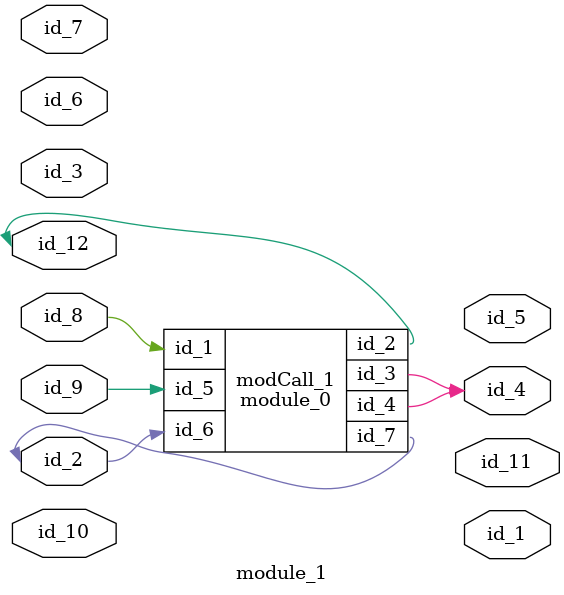
<source format=v>
module module_0 (
    id_1,
    id_2,
    id_3,
    id_4,
    id_5,
    id_6,
    id_7
);
  inout wire id_7;
  input wire id_6;
  input wire id_5;
  output wire id_4;
  output wire id_3;
  inout wire id_2;
  input wire id_1;
endmodule
module module_1 (
    id_1,
    id_2,
    id_3,
    id_4,
    id_5,
    id_6,
    id_7,
    id_8,
    id_9,
    id_10,
    id_11,
    id_12
);
  inout wire id_12;
  output wire id_11;
  inout wire id_10;
  input wire id_9;
  input wire id_8;
  input wire id_7;
  inout wire id_6;
  output wire id_5;
  output wire id_4;
  inout wire id_3;
  inout wire id_2;
  output wire id_1;
  wire id_13, id_14;
  wire id_15;
  module_0 modCall_1 (
      id_8,
      id_12,
      id_4,
      id_4,
      id_9,
      id_2,
      id_2
  );
endmodule

</source>
